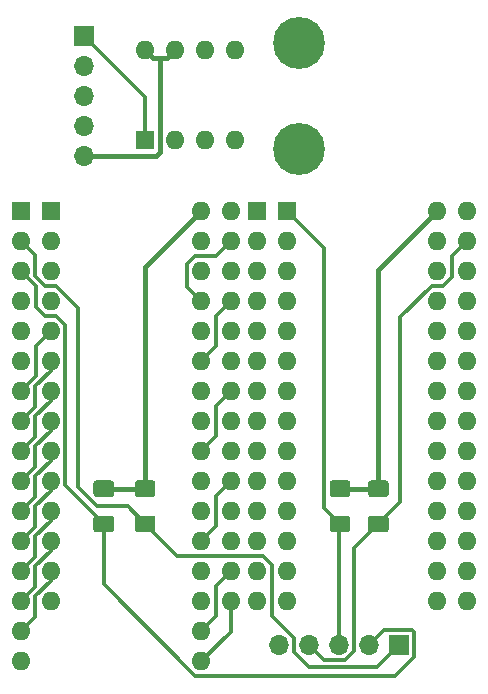
<source format=gtl>
G04 #@! TF.GenerationSoftware,KiCad,Pcbnew,(5.1.6)-1*
G04 #@! TF.CreationDate,2020-09-26T15:55:14+03:00*
G04 #@! TF.ProjectId,CPC6128_MultiROM_1_2,43504336-3132-4385-9f4d-756c7469524f,rev?*
G04 #@! TF.SameCoordinates,Original*
G04 #@! TF.FileFunction,Copper,L1,Top*
G04 #@! TF.FilePolarity,Positive*
%FSLAX46Y46*%
G04 Gerber Fmt 4.6, Leading zero omitted, Abs format (unit mm)*
G04 Created by KiCad (PCBNEW (5.1.6)-1) date 2020-09-26 15:55:14*
%MOMM*%
%LPD*%
G01*
G04 APERTURE LIST*
G04 #@! TA.AperFunction,ComponentPad*
%ADD10O,1.600000X1.600000*%
G04 #@! TD*
G04 #@! TA.AperFunction,ComponentPad*
%ADD11R,1.600000X1.600000*%
G04 #@! TD*
G04 #@! TA.AperFunction,ComponentPad*
%ADD12C,0.700000*%
G04 #@! TD*
G04 #@! TA.AperFunction,ComponentPad*
%ADD13C,4.400000*%
G04 #@! TD*
G04 #@! TA.AperFunction,ComponentPad*
%ADD14O,1.700000X1.700000*%
G04 #@! TD*
G04 #@! TA.AperFunction,ComponentPad*
%ADD15R,1.700000X1.700000*%
G04 #@! TD*
G04 #@! TA.AperFunction,Conductor*
%ADD16C,0.300000*%
G04 #@! TD*
G04 #@! TA.AperFunction,Conductor*
%ADD17C,0.400000*%
G04 #@! TD*
G04 APERTURE END LIST*
G04 #@! TA.AperFunction,SMDPad,CuDef*
G36*
G01*
X154375000Y-93225000D02*
X153125000Y-93225000D01*
G75*
G02*
X152875000Y-92975000I0J250000D01*
G01*
X152875000Y-92050000D01*
G75*
G02*
X153125000Y-91800000I250000J0D01*
G01*
X154375000Y-91800000D01*
G75*
G02*
X154625000Y-92050000I0J-250000D01*
G01*
X154625000Y-92975000D01*
G75*
G02*
X154375000Y-93225000I-250000J0D01*
G01*
G37*
G04 #@! TD.AperFunction*
G04 #@! TA.AperFunction,SMDPad,CuDef*
G36*
G01*
X154375000Y-96200000D02*
X153125000Y-96200000D01*
G75*
G02*
X152875000Y-95950000I0J250000D01*
G01*
X152875000Y-95025000D01*
G75*
G02*
X153125000Y-94775000I250000J0D01*
G01*
X154375000Y-94775000D01*
G75*
G02*
X154625000Y-95025000I0J-250000D01*
G01*
X154625000Y-95950000D01*
G75*
G02*
X154375000Y-96200000I-250000J0D01*
G01*
G37*
G04 #@! TD.AperFunction*
G04 #@! TA.AperFunction,SMDPad,CuDef*
G36*
G01*
X151125000Y-93225000D02*
X149875000Y-93225000D01*
G75*
G02*
X149625000Y-92975000I0J250000D01*
G01*
X149625000Y-92050000D01*
G75*
G02*
X149875000Y-91800000I250000J0D01*
G01*
X151125000Y-91800000D01*
G75*
G02*
X151375000Y-92050000I0J-250000D01*
G01*
X151375000Y-92975000D01*
G75*
G02*
X151125000Y-93225000I-250000J0D01*
G01*
G37*
G04 #@! TD.AperFunction*
G04 #@! TA.AperFunction,SMDPad,CuDef*
G36*
G01*
X151125000Y-96200000D02*
X149875000Y-96200000D01*
G75*
G02*
X149625000Y-95950000I0J250000D01*
G01*
X149625000Y-95025000D01*
G75*
G02*
X149875000Y-94775000I250000J0D01*
G01*
X151125000Y-94775000D01*
G75*
G02*
X151375000Y-95025000I0J-250000D01*
G01*
X151375000Y-95950000D01*
G75*
G02*
X151125000Y-96200000I-250000J0D01*
G01*
G37*
G04 #@! TD.AperFunction*
G04 #@! TA.AperFunction,SMDPad,CuDef*
G36*
G01*
X131125000Y-93225000D02*
X129875000Y-93225000D01*
G75*
G02*
X129625000Y-92975000I0J250000D01*
G01*
X129625000Y-92050000D01*
G75*
G02*
X129875000Y-91800000I250000J0D01*
G01*
X131125000Y-91800000D01*
G75*
G02*
X131375000Y-92050000I0J-250000D01*
G01*
X131375000Y-92975000D01*
G75*
G02*
X131125000Y-93225000I-250000J0D01*
G01*
G37*
G04 #@! TD.AperFunction*
G04 #@! TA.AperFunction,SMDPad,CuDef*
G36*
G01*
X131125000Y-96200000D02*
X129875000Y-96200000D01*
G75*
G02*
X129625000Y-95950000I0J250000D01*
G01*
X129625000Y-95025000D01*
G75*
G02*
X129875000Y-94775000I250000J0D01*
G01*
X131125000Y-94775000D01*
G75*
G02*
X131375000Y-95025000I0J-250000D01*
G01*
X131375000Y-95950000D01*
G75*
G02*
X131125000Y-96200000I-250000J0D01*
G01*
G37*
G04 #@! TD.AperFunction*
G04 #@! TA.AperFunction,SMDPad,CuDef*
G36*
G01*
X134625000Y-93225000D02*
X133375000Y-93225000D01*
G75*
G02*
X133125000Y-92975000I0J250000D01*
G01*
X133125000Y-92050000D01*
G75*
G02*
X133375000Y-91800000I250000J0D01*
G01*
X134625000Y-91800000D01*
G75*
G02*
X134875000Y-92050000I0J-250000D01*
G01*
X134875000Y-92975000D01*
G75*
G02*
X134625000Y-93225000I-250000J0D01*
G01*
G37*
G04 #@! TD.AperFunction*
G04 #@! TA.AperFunction,SMDPad,CuDef*
G36*
G01*
X134625000Y-96200000D02*
X133375000Y-96200000D01*
G75*
G02*
X133125000Y-95950000I0J250000D01*
G01*
X133125000Y-95025000D01*
G75*
G02*
X133375000Y-94775000I250000J0D01*
G01*
X134625000Y-94775000D01*
G75*
G02*
X134875000Y-95025000I0J-250000D01*
G01*
X134875000Y-95950000D01*
G75*
G02*
X134625000Y-96200000I-250000J0D01*
G01*
G37*
G04 #@! TD.AperFunction*
D10*
X134000000Y-55380000D03*
X141620000Y-63000000D03*
X136540000Y-55380000D03*
X139080000Y-63000000D03*
X139080000Y-55380000D03*
X136540000Y-63000000D03*
X141620000Y-55380000D03*
D11*
X134000000Y-63000000D03*
D12*
X148166726Y-53583274D03*
X147000000Y-53100000D03*
X145833274Y-53583274D03*
X145350000Y-54750000D03*
X145833274Y-55916726D03*
X147000000Y-56400000D03*
X148166726Y-55916726D03*
X148650000Y-54750000D03*
D13*
X147000000Y-54750000D03*
D12*
X148166726Y-62583274D03*
X147000000Y-62100000D03*
X145833274Y-62583274D03*
X145350000Y-63750000D03*
X145833274Y-64916726D03*
X147000000Y-65400000D03*
X148166726Y-64916726D03*
X148650000Y-63750000D03*
D13*
X147000000Y-63750000D03*
D14*
X128850000Y-64310000D03*
X128850000Y-61770000D03*
X128850000Y-59230000D03*
X128850000Y-56690000D03*
D15*
X128850000Y-54150000D03*
D10*
X158740000Y-69000000D03*
X143500000Y-102020000D03*
X158740000Y-71540000D03*
X143500000Y-99480000D03*
X158740000Y-74080000D03*
X143500000Y-96940000D03*
X158740000Y-76620000D03*
X143500000Y-94400000D03*
X158740000Y-79160000D03*
X143500000Y-91860000D03*
X158740000Y-81700000D03*
X143500000Y-89320000D03*
X158740000Y-84240000D03*
X143500000Y-86780000D03*
X158740000Y-86780000D03*
X143500000Y-84240000D03*
X158740000Y-89320000D03*
X143500000Y-81700000D03*
X158740000Y-91860000D03*
X143500000Y-79160000D03*
X158740000Y-94400000D03*
X143500000Y-76620000D03*
X158740000Y-96940000D03*
X143500000Y-74080000D03*
X158740000Y-99480000D03*
X143500000Y-71540000D03*
X158740000Y-102020000D03*
D11*
X143500000Y-69000000D03*
D14*
X145340000Y-105750000D03*
X147880000Y-105750000D03*
X150420000Y-105750000D03*
X152960000Y-105750000D03*
D15*
X155500000Y-105750000D03*
D10*
X161240000Y-69000000D03*
X146000000Y-102020000D03*
X161240000Y-71540000D03*
X146000000Y-99480000D03*
X161240000Y-74080000D03*
X146000000Y-96940000D03*
X161240000Y-76620000D03*
X146000000Y-94400000D03*
X161240000Y-79160000D03*
X146000000Y-91860000D03*
X161240000Y-81700000D03*
X146000000Y-89320000D03*
X161240000Y-84240000D03*
X146000000Y-86780000D03*
X161240000Y-86780000D03*
X146000000Y-84240000D03*
X161240000Y-89320000D03*
X146000000Y-81700000D03*
X161240000Y-91860000D03*
X146000000Y-79160000D03*
X161240000Y-94400000D03*
X146000000Y-76620000D03*
X161240000Y-96940000D03*
X146000000Y-74080000D03*
X161240000Y-99480000D03*
X146000000Y-71540000D03*
X161240000Y-102020000D03*
D11*
X146000000Y-69000000D03*
D10*
X138740000Y-69000000D03*
X123500000Y-107100000D03*
X138740000Y-71540000D03*
X123500000Y-104560000D03*
X138740000Y-74080000D03*
X123500000Y-102020000D03*
X138740000Y-76620000D03*
X123500000Y-99480000D03*
X138740000Y-79160000D03*
X123500000Y-96940000D03*
X138740000Y-81700000D03*
X123500000Y-94400000D03*
X138740000Y-84240000D03*
X123500000Y-91860000D03*
X138740000Y-86780000D03*
X123500000Y-89320000D03*
X138740000Y-89320000D03*
X123500000Y-86780000D03*
X138740000Y-91860000D03*
X123500000Y-84240000D03*
X138740000Y-94400000D03*
X123500000Y-81700000D03*
X138740000Y-96940000D03*
X123500000Y-79160000D03*
X138740000Y-99480000D03*
X123500000Y-76620000D03*
X138740000Y-102020000D03*
X123500000Y-74080000D03*
X138740000Y-104560000D03*
X123500000Y-71540000D03*
X138740000Y-107100000D03*
D11*
X123500000Y-69000000D03*
D10*
X141240000Y-69000000D03*
X126000000Y-102020000D03*
X141240000Y-71540000D03*
X126000000Y-99480000D03*
X141240000Y-74080000D03*
X126000000Y-96940000D03*
X141240000Y-76620000D03*
X126000000Y-94400000D03*
X141240000Y-79160000D03*
X126000000Y-91860000D03*
X141240000Y-81700000D03*
X126000000Y-89320000D03*
X141240000Y-84240000D03*
X126000000Y-86780000D03*
X141240000Y-86780000D03*
X126000000Y-84240000D03*
X141240000Y-89320000D03*
X126000000Y-81700000D03*
X141240000Y-91860000D03*
X126000000Y-79160000D03*
X141240000Y-94400000D03*
X126000000Y-76620000D03*
X141240000Y-96940000D03*
X126000000Y-74080000D03*
X141240000Y-99480000D03*
X126000000Y-71540000D03*
X141240000Y-102020000D03*
D11*
X126000000Y-69000000D03*
D16*
X130500000Y-95487500D02*
X130500000Y-100581800D01*
X130500000Y-100581800D02*
X138255700Y-108337500D01*
X138255700Y-108337500D02*
X155178600Y-108337500D01*
X155178600Y-108337500D02*
X156750400Y-106765700D01*
X156750400Y-106765700D02*
X156750400Y-104638700D01*
X156750400Y-104638700D02*
X156611300Y-104499600D01*
X156611300Y-104499600D02*
X154210400Y-104499600D01*
X154210400Y-104499600D02*
X152960000Y-105750000D01*
X123500000Y-74080000D02*
X124750000Y-75330000D01*
X124750000Y-75330000D02*
X124750000Y-77081800D01*
X124750000Y-77081800D02*
X125558200Y-77890000D01*
X125558200Y-77890000D02*
X126482000Y-77890000D01*
X126482000Y-77890000D02*
X127200400Y-78608400D01*
X127200400Y-78608400D02*
X127200400Y-92187900D01*
X127200400Y-92187900D02*
X130500000Y-95487500D01*
X155500000Y-105750000D02*
X153665900Y-107584100D01*
X153665900Y-107584100D02*
X147893800Y-107584100D01*
X147893800Y-107584100D02*
X146610000Y-106300300D01*
X146610000Y-106300300D02*
X146610000Y-105171200D01*
X146610000Y-105171200D02*
X144750000Y-103311200D01*
X144750000Y-103311200D02*
X144750000Y-98987200D01*
X144750000Y-98987200D02*
X143972800Y-98210000D01*
X143972800Y-98210000D02*
X136722500Y-98210000D01*
X136722500Y-98210000D02*
X134000000Y-95487500D01*
X123500000Y-71540000D02*
X124700400Y-72740400D01*
X124700400Y-72740400D02*
X124700400Y-74490000D01*
X124700400Y-74490000D02*
X125560400Y-75350000D01*
X125560400Y-75350000D02*
X126451000Y-75350000D01*
X126451000Y-75350000D02*
X128292600Y-77191600D01*
X128292600Y-77191600D02*
X128292600Y-92335900D01*
X128292600Y-92335900D02*
X129956700Y-94000000D01*
X129956700Y-94000000D02*
X132512500Y-94000000D01*
X132512500Y-94000000D02*
X134000000Y-95487500D01*
X161240000Y-71540000D02*
X159990000Y-72790000D01*
X159990000Y-72790000D02*
X159990000Y-74541700D01*
X159990000Y-74541700D02*
X159181700Y-75350000D01*
X159181700Y-75350000D02*
X158258000Y-75350000D01*
X158258000Y-75350000D02*
X155611100Y-77996900D01*
X155611100Y-77996900D02*
X155611100Y-93626400D01*
X155611100Y-93626400D02*
X153750000Y-95487500D01*
X153750000Y-95487500D02*
X151690000Y-97547500D01*
X151690000Y-97547500D02*
X151690000Y-106286700D01*
X151690000Y-106286700D02*
X150966800Y-107009900D01*
X150966800Y-107009900D02*
X149139900Y-107009900D01*
X149139900Y-107009900D02*
X147880000Y-105750000D01*
X150420000Y-105750000D02*
X150420000Y-95567500D01*
X150420000Y-95567500D02*
X150500000Y-95487500D01*
X146000000Y-69000000D02*
X149130400Y-72130400D01*
X149130400Y-72130400D02*
X149130400Y-94117900D01*
X149130400Y-94117900D02*
X150500000Y-95487500D01*
D17*
X134000000Y-92512500D02*
X130500000Y-92512500D01*
X138740000Y-69000000D02*
X134000000Y-73740000D01*
X134000000Y-73740000D02*
X134000000Y-92512500D01*
X153750000Y-92512500D02*
X150500000Y-92512500D01*
X158740000Y-69000000D02*
X153750000Y-73990000D01*
X153750000Y-73990000D02*
X153750000Y-92512500D01*
D16*
X138740000Y-76620000D02*
X137529800Y-75409800D01*
X137529800Y-75409800D02*
X137529800Y-73519000D01*
X137529800Y-73519000D02*
X138238800Y-72810000D01*
X138238800Y-72810000D02*
X139970000Y-72810000D01*
X139970000Y-72810000D02*
X141240000Y-71540000D01*
X123500000Y-104560000D02*
X124700400Y-103359600D01*
X124700400Y-103359600D02*
X124700400Y-101610000D01*
X124700400Y-101610000D02*
X126000000Y-100310400D01*
X126000000Y-100310400D02*
X126000000Y-99480000D01*
X123500000Y-102020000D02*
X124700400Y-100819600D01*
X124700400Y-100819600D02*
X124700400Y-99070000D01*
X124700400Y-99070000D02*
X126000000Y-97770400D01*
X126000000Y-97770400D02*
X126000000Y-96940000D01*
X138740000Y-81700000D02*
X139990000Y-80450000D01*
X139990000Y-80450000D02*
X139990000Y-77870000D01*
X139990000Y-77870000D02*
X141240000Y-76620000D01*
X123500000Y-99480000D02*
X124700400Y-98279600D01*
X124700400Y-98279600D02*
X124700400Y-96530000D01*
X124700400Y-96530000D02*
X126000000Y-95230400D01*
X126000000Y-95230400D02*
X126000000Y-94400000D01*
X123500000Y-96940000D02*
X124700400Y-95739600D01*
X124700400Y-95739600D02*
X124700400Y-93990000D01*
X124700400Y-93990000D02*
X126000000Y-92690400D01*
X126000000Y-92690400D02*
X126000000Y-91860000D01*
X123500000Y-94400000D02*
X124700400Y-93199600D01*
X124700400Y-93199600D02*
X124700400Y-91450000D01*
X124700400Y-91450000D02*
X126000000Y-90150400D01*
X126000000Y-90150400D02*
X126000000Y-89320000D01*
X138740000Y-89320000D02*
X139990000Y-88070000D01*
X139990000Y-88070000D02*
X139990000Y-85490000D01*
X139990000Y-85490000D02*
X141240000Y-84240000D01*
X123500000Y-91860000D02*
X124700400Y-90659600D01*
X124700400Y-90659600D02*
X124700400Y-88910000D01*
X124700400Y-88910000D02*
X126000000Y-87610400D01*
X126000000Y-87610400D02*
X126000000Y-86780000D01*
X123500000Y-89320000D02*
X124700400Y-88119600D01*
X124700400Y-88119600D02*
X124700400Y-86370000D01*
X124700400Y-86370000D02*
X126000000Y-85070400D01*
X126000000Y-85070400D02*
X126000000Y-84240000D01*
X123500000Y-86780000D02*
X124700400Y-85579600D01*
X124700400Y-85579600D02*
X124700400Y-83830000D01*
X124700400Y-83830000D02*
X126000000Y-82530400D01*
X126000000Y-82530400D02*
X126000000Y-81700000D01*
X138740000Y-96940000D02*
X139990000Y-95690000D01*
X139990000Y-95690000D02*
X139990000Y-93110000D01*
X139990000Y-93110000D02*
X141240000Y-91860000D01*
X126000000Y-79160000D02*
X124744200Y-80415800D01*
X124744200Y-80415800D02*
X124744200Y-82995800D01*
X124744200Y-82995800D02*
X123500000Y-84240000D01*
X138740000Y-104560000D02*
X139990000Y-103310000D01*
X139990000Y-103310000D02*
X139990000Y-100730000D01*
X139990000Y-100730000D02*
X141240000Y-99480000D01*
X138740000Y-107100000D02*
X141240000Y-104600000D01*
X141240000Y-104600000D02*
X141240000Y-102020000D01*
D17*
X135250400Y-56024800D02*
X134644800Y-56024800D01*
X134644800Y-56024800D02*
X134000000Y-55380000D01*
X136540000Y-55380000D02*
X135895200Y-56024800D01*
X135895200Y-56024800D02*
X135250400Y-56024800D01*
X128850000Y-64310000D02*
X134929100Y-64310000D01*
X134929100Y-64310000D02*
X135250400Y-63988700D01*
X135250400Y-63988700D02*
X135250400Y-56024800D01*
D16*
X128850000Y-54150000D02*
X134000000Y-59300000D01*
X134000000Y-59300000D02*
X134000000Y-63000000D01*
M02*

</source>
